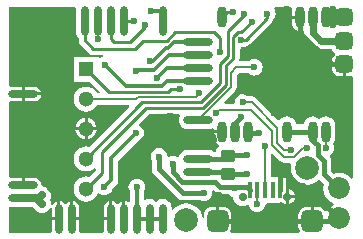
<source format=gtl>
%FSLAX44Y44*%
%MOMM*%
G71*
G01*
G75*
G04 Layer_Physical_Order=1*
G04 Layer_Color=191*
%ADD10O,2.5000X0.7000*%
%ADD11O,0.7000X2.5000*%
%ADD12R,0.4000X1.4000*%
G04:AMPARAMS|DCode=13|XSize=1.8mm|YSize=1.9mm|CornerRadius=0.45mm|HoleSize=0mm|Usage=FLASHONLY|Rotation=0.000|XOffset=0mm|YOffset=0mm|HoleType=Round|Shape=RoundedRectangle|*
%AMROUNDEDRECTD13*
21,1,1.8000,1.0000,0,0,0.0*
21,1,0.9000,1.9000,0,0,0.0*
1,1,0.9000,0.4500,-0.5000*
1,1,0.9000,-0.4500,-0.5000*
1,1,0.9000,-0.4500,0.5000*
1,1,0.9000,0.4500,0.5000*
%
%ADD13ROUNDEDRECTD13*%
G04:AMPARAMS|DCode=14|XSize=1.5mm|YSize=1.5mm|CornerRadius=0.375mm|HoleSize=0mm|Usage=FLASHONLY|Rotation=180.000|XOffset=0mm|YOffset=0mm|HoleType=Round|Shape=RoundedRectangle|*
%AMROUNDEDRECTD14*
21,1,1.5000,0.7500,0,0,180.0*
21,1,0.7500,1.5000,0,0,180.0*
1,1,0.7500,-0.3750,0.3750*
1,1,0.7500,0.3750,0.3750*
1,1,0.7500,0.3750,-0.3750*
1,1,0.7500,-0.3750,-0.3750*
%
%ADD14ROUNDEDRECTD14*%
%ADD15O,0.8000X1.8000*%
G04:AMPARAMS|DCode=16|XSize=1mm|YSize=1.2mm|CornerRadius=0.165mm|HoleSize=0mm|Usage=FLASHONLY|Rotation=90.000|XOffset=0mm|YOffset=0mm|HoleType=Round|Shape=RoundedRectangle|*
%AMROUNDEDRECTD16*
21,1,1.0000,0.8700,0,0,90.0*
21,1,0.6700,1.2000,0,0,90.0*
1,1,0.3300,0.4350,0.3350*
1,1,0.3300,0.4350,-0.3350*
1,1,0.3300,-0.4350,-0.3350*
1,1,0.3300,-0.4350,0.3350*
%
%ADD16ROUNDEDRECTD16*%
%ADD17C,0.2000*%
%ADD18C,0.2500*%
%ADD19C,0.4000*%
%ADD20C,0.3500*%
%ADD21C,0.6000*%
%ADD22C,1.5000*%
%ADD23C,1.1000*%
%ADD24C,0.7000*%
%ADD25C,0.7000*%
%ADD26C,2.0000*%
%ADD27R,1.3000X1.3000*%
%ADD28C,1.3000*%
%ADD29C,1.8500*%
%ADD30C,0.6000*%
G36*
X61402Y194142D02*
X61185Y192500D01*
Y174500D01*
X61443Y172542D01*
X62199Y170718D01*
X63397Y169156D01*
Y167500D01*
X63805Y165452D01*
X64965Y163715D01*
X72215Y156465D01*
X73952Y155305D01*
X76000Y154897D01*
X84275D01*
X84358Y153627D01*
X83923Y153570D01*
X82220Y152865D01*
X81520Y152327D01*
X80250Y152954D01*
Y153500D01*
X59250D01*
Y132500D01*
X72680D01*
X81409Y123771D01*
X80923Y122598D01*
X79003D01*
X78922Y122795D01*
X77239Y124989D01*
X75045Y126672D01*
X72491Y127730D01*
X69750Y128091D01*
X67009Y127730D01*
X64455Y126672D01*
X62261Y124989D01*
X60578Y122795D01*
X59520Y120241D01*
X59159Y117500D01*
X59520Y114759D01*
X60578Y112205D01*
X62261Y110011D01*
X64455Y108328D01*
X67009Y107270D01*
X69750Y106909D01*
X72491Y107270D01*
X75045Y108328D01*
X77239Y110011D01*
X78922Y112205D01*
X79003Y112402D01*
X105923D01*
X106409Y111229D01*
X72419Y77239D01*
X69750Y77591D01*
X67009Y77230D01*
X64455Y76172D01*
X62261Y74489D01*
X60578Y72295D01*
X59520Y69741D01*
X59159Y67000D01*
X59520Y64259D01*
X60578Y61705D01*
X62261Y59511D01*
X64455Y57828D01*
X67009Y56770D01*
X69750Y56409D01*
X72491Y56770D01*
X75045Y57828D01*
X76627Y59042D01*
X77897Y58416D01*
Y57217D01*
X72419Y51739D01*
X69750Y52091D01*
X67009Y51730D01*
X64455Y50672D01*
X62261Y48989D01*
X60578Y46795D01*
X59520Y44241D01*
X59159Y41500D01*
X59520Y38759D01*
X60578Y36205D01*
X62261Y34011D01*
X64455Y32328D01*
X67009Y31270D01*
X69750Y30909D01*
X72491Y31270D01*
X75045Y32328D01*
X77239Y34011D01*
X78922Y36205D01*
X79409Y37381D01*
X80932Y37740D01*
X81720Y37136D01*
X83423Y36430D01*
X85250Y36190D01*
X87077Y36430D01*
X88780Y37136D01*
X90242Y38258D01*
X91364Y39720D01*
X92070Y41423D01*
X92124Y41833D01*
X95146Y44854D01*
X96416Y46757D01*
X96863Y49000D01*
Y65322D01*
X113167Y81626D01*
X113577Y81680D01*
X115280Y82386D01*
X116742Y83508D01*
X117865Y84970D01*
X118570Y86673D01*
X118810Y88500D01*
X118570Y90327D01*
X117865Y92030D01*
X116742Y93492D01*
X115280Y94614D01*
X114715Y94849D01*
X114417Y96347D01*
X122967Y104897D01*
X148649D01*
X148672Y104851D01*
X149135Y103627D01*
X148443Y101958D01*
X148185Y100000D01*
X148443Y98042D01*
X149199Y96218D01*
X150401Y94651D01*
X151968Y93449D01*
X153792Y92693D01*
X155750Y92435D01*
X173750D01*
X175708Y92693D01*
X176884Y93180D01*
X178154Y92411D01*
Y91270D01*
X184750D01*
Y88730D01*
X178154D01*
Y85000D01*
X178378Y83293D01*
X179037Y81702D01*
X180086Y80336D01*
X181452Y79287D01*
X182147Y78999D01*
X182288Y77566D01*
X181327Y76923D01*
X180078Y75054D01*
X179692Y73117D01*
X178098D01*
X177532Y73551D01*
X175708Y74307D01*
X173750Y74565D01*
X155750D01*
X153792Y74307D01*
X151968Y73551D01*
X150401Y72349D01*
X149199Y70782D01*
X148443Y68958D01*
X148418Y68767D01*
X147063Y68206D01*
X146530Y68615D01*
X144827Y69320D01*
X143000Y69560D01*
X141173Y69320D01*
X139809Y68755D01*
X139486Y68818D01*
X138881Y69133D01*
X138498Y69470D01*
X138320Y70827D01*
X137614Y72530D01*
X136492Y73992D01*
X135030Y75114D01*
X133327Y75820D01*
X131500Y76060D01*
X129673Y75820D01*
X127970Y75114D01*
X126508Y73992D01*
X125386Y72530D01*
X124680Y70827D01*
X124440Y69000D01*
X124680Y67173D01*
X125382Y65477D01*
Y58515D01*
X125848Y56174D01*
X127174Y54189D01*
X147439Y33924D01*
X149424Y32598D01*
X151765Y32132D01*
X166227D01*
X167923Y31430D01*
X169750Y31190D01*
X171577Y31430D01*
X173280Y32136D01*
X174742Y33258D01*
X175865Y34720D01*
X176570Y36423D01*
X176810Y38250D01*
X176622Y39680D01*
X177793Y40306D01*
X179174Y38924D01*
X181159Y37598D01*
X183500Y37132D01*
X190373D01*
X190508Y36958D01*
X191970Y35835D01*
X193673Y35130D01*
X194189Y35062D01*
X194181Y35000D01*
X194456Y32912D01*
X195262Y30965D01*
X196544Y29294D01*
X198216Y28012D01*
X200162Y27206D01*
X202250Y26931D01*
X204338Y27206D01*
X206285Y28012D01*
X206486Y28166D01*
X207840Y27605D01*
X207930Y26923D01*
X208636Y25220D01*
X209757Y23758D01*
X211220Y22636D01*
X212923Y21930D01*
X214750Y21690D01*
X216577Y21930D01*
X218280Y22636D01*
X219742Y23758D01*
X220865Y25220D01*
X221570Y26923D01*
X221810Y28750D01*
X221772Y29045D01*
X222609Y30000D01*
X233750D01*
Y30642D01*
X235020Y31073D01*
X235586Y30336D01*
X236952Y29287D01*
X238543Y28628D01*
X238980Y28571D01*
Y35000D01*
Y42201D01*
X238790Y42367D01*
Y50540D01*
X233750D01*
Y52000D01*
X226348D01*
Y71126D01*
X227521Y71612D01*
X233988Y65145D01*
X235642Y64040D01*
X235966Y63976D01*
X237593Y63652D01*
X242687D01*
X243542Y62382D01*
X243129Y59250D01*
X243610Y55595D01*
X245021Y52190D01*
X247265Y49265D01*
X250190Y47021D01*
X253595Y45610D01*
X257250Y45129D01*
X260905Y45610D01*
X264310Y47021D01*
X267235Y49265D01*
X267750Y49299D01*
X271075Y45974D01*
X270841Y45409D01*
X270386Y41950D01*
X270841Y38491D01*
X272176Y35268D01*
X274300Y32500D01*
X277068Y30376D01*
X280035Y29147D01*
X280181Y28335D01*
X280097Y27798D01*
X277804Y26848D01*
X275341Y24959D01*
X273485Y22540D01*
X273260Y22505D01*
X272103Y22559D01*
X271899Y23050D01*
X270771Y24521D01*
X269300Y25649D01*
X267588Y26359D01*
X265750Y26601D01*
X262520D01*
Y14500D01*
X261250D01*
Y13230D01*
X249649D01*
Y9500D01*
X249891Y7662D01*
X250601Y5950D01*
X250771Y5727D01*
X250210Y4588D01*
X192290D01*
X191729Y5727D01*
X191899Y5950D01*
X192609Y7662D01*
X192851Y9500D01*
Y13230D01*
X181250D01*
Y14500D01*
X179980D01*
Y26601D01*
X176750D01*
X174912Y26359D01*
X173200Y25649D01*
X171729Y24521D01*
X170601Y23050D01*
X169891Y21338D01*
X169649Y19500D01*
Y17168D01*
X168379Y17085D01*
X168140Y18905D01*
X166729Y22310D01*
X164485Y25235D01*
X161560Y27479D01*
X158155Y28890D01*
X154500Y29371D01*
X150845Y28890D01*
X147440Y27479D01*
X144515Y25235D01*
X143517Y23935D01*
X142315Y24343D01*
Y25500D01*
X142057Y27458D01*
X141301Y29282D01*
X140099Y30849D01*
X138532Y32051D01*
X136708Y32807D01*
X134750Y33065D01*
X132792Y32807D01*
X130968Y32051D01*
X129401Y30849D01*
X128281Y31476D01*
X127532Y32051D01*
X125708Y32807D01*
X123750Y33065D01*
X121792Y32807D01*
X119968Y32051D01*
X119752Y31885D01*
X118613Y32447D01*
Y39392D01*
X118864Y39720D01*
X119570Y41423D01*
X119810Y43250D01*
X119570Y45077D01*
X118864Y46780D01*
X117742Y48242D01*
X116280Y49365D01*
X114577Y50070D01*
X112750Y50310D01*
X110923Y50070D01*
X109220Y49365D01*
X107758Y48242D01*
X106636Y46780D01*
X105930Y45077D01*
X105690Y43250D01*
X105930Y41423D01*
X106636Y39720D01*
X106887Y39392D01*
Y30795D01*
X105617Y30180D01*
X104107Y31189D01*
X103020Y31406D01*
Y16500D01*
X100480D01*
Y31406D01*
X99393Y31189D01*
X97395Y29855D01*
X96885Y29091D01*
X95615D01*
X95105Y29855D01*
X93107Y31189D01*
X92020Y31406D01*
Y16500D01*
X90750D01*
Y15230D01*
X84592D01*
Y7500D01*
X84918Y5858D01*
X84020Y4588D01*
X64480D01*
X63582Y5858D01*
X63908Y7500D01*
Y15230D01*
X57750D01*
Y16500D01*
X56480D01*
Y31406D01*
X55393Y31189D01*
X53395Y29855D01*
X52885Y29091D01*
X51615D01*
X51105Y29855D01*
X49107Y31189D01*
X48020Y31406D01*
Y16500D01*
X46750D01*
Y15230D01*
X40592D01*
Y7500D01*
X40918Y5858D01*
X40020Y4588D01*
X4588D01*
Y26049D01*
X5527Y26676D01*
X5858Y26684D01*
X7750Y26435D01*
X24117D01*
X27151Y23401D01*
X28718Y22199D01*
X30542Y21443D01*
X32500Y21185D01*
X34458Y21443D01*
X36282Y22199D01*
X37849Y23401D01*
X39051Y24968D01*
X39355Y25702D01*
X40592Y25500D01*
Y17770D01*
X45480D01*
Y31406D01*
X44393Y31189D01*
X42395Y29855D01*
X41269Y28169D01*
X40049Y28628D01*
X40065Y28750D01*
X39807Y30708D01*
X39065Y32500D01*
X39807Y34292D01*
X40065Y36250D01*
X39807Y38208D01*
X39051Y40032D01*
X37849Y41599D01*
X36282Y42801D01*
X34458Y43557D01*
X32956Y43755D01*
X31881Y44864D01*
X31908Y45000D01*
X31440Y47357D01*
X30105Y49355D01*
X28107Y50690D01*
X25750Y51158D01*
X18020D01*
Y45000D01*
X15480D01*
Y51158D01*
X7750D01*
X5858Y50782D01*
X4588Y51563D01*
Y115437D01*
X5858Y116218D01*
X7750Y115842D01*
X15480D01*
Y122000D01*
Y128158D01*
X7750D01*
X5858Y127782D01*
X4588Y128563D01*
Y195412D01*
X60639D01*
X61402Y194142D01*
D02*
G37*
G36*
X244558D02*
X244378Y193707D01*
X244154Y192000D01*
Y188270D01*
X250750D01*
Y187000D01*
X252020D01*
Y175571D01*
X252457Y175628D01*
X253420Y176027D01*
X254690Y175269D01*
Y174000D01*
X254930Y172173D01*
X255636Y170470D01*
X256758Y169007D01*
X263757Y162008D01*
X265220Y160886D01*
X266923Y160180D01*
X268750Y159940D01*
X277733D01*
X277980Y159342D01*
X279223Y157723D01*
X280319Y156882D01*
X280374Y155391D01*
X280215Y155285D01*
X278825Y153204D01*
X278337Y150750D01*
Y148270D01*
X288500D01*
Y147000D01*
X289770D01*
Y136837D01*
X292250D01*
X294142Y137213D01*
X295412Y136387D01*
Y50604D01*
X294142Y50173D01*
X293200Y51400D01*
X290432Y53524D01*
X287209Y54859D01*
X283750Y55314D01*
X280291Y54859D01*
X279726Y54625D01*
X277367Y56984D01*
Y65049D01*
X276902Y67390D01*
X276050Y68665D01*
X276272Y70081D01*
X276467Y70279D01*
X277742Y71258D01*
X278864Y72720D01*
X279570Y74423D01*
X279810Y76250D01*
X279570Y78077D01*
X278864Y79780D01*
X278846Y79804D01*
X279738Y80965D01*
X280544Y82912D01*
X280819Y85000D01*
Y95000D01*
X280544Y97088D01*
X279738Y99035D01*
X278456Y100706D01*
X276784Y101988D01*
X274838Y102794D01*
X272750Y103069D01*
X270662Y102794D01*
X268715Y101988D01*
X267250Y100864D01*
X265784Y101988D01*
X263838Y102794D01*
X261750Y103069D01*
X259662Y102794D01*
X257715Y101988D01*
X256044Y100706D01*
X254762Y99035D01*
X253956Y97088D01*
X253828Y96117D01*
X247672D01*
X247544Y97088D01*
X246738Y99035D01*
X245456Y100706D01*
X243785Y101988D01*
X241838Y102794D01*
X239750Y103069D01*
X237662Y102794D01*
X235716Y101988D01*
X234044Y100706D01*
X233528Y100032D01*
X232260Y99949D01*
X213855Y118355D01*
X212201Y119460D01*
X210250Y119848D01*
X207855D01*
X206530Y120864D01*
X204827Y121570D01*
X203000Y121810D01*
X201173Y121570D01*
X199470Y120864D01*
X198008Y119742D01*
X196886Y118280D01*
X196180Y116577D01*
X195940Y114750D01*
X195149Y113848D01*
X187180D01*
X186694Y115021D01*
X195855Y124182D01*
X196960Y125836D01*
X197348Y127787D01*
Y137888D01*
X198862Y139402D01*
X207395D01*
X208720Y138385D01*
X210423Y137680D01*
X212250Y137440D01*
X214077Y137680D01*
X215780Y138385D01*
X217242Y139508D01*
X218365Y140970D01*
X219070Y142673D01*
X219310Y144500D01*
X219070Y146327D01*
X218365Y148030D01*
X217242Y149492D01*
X215780Y150615D01*
X214077Y151320D01*
X212250Y151560D01*
X210423Y151320D01*
X208720Y150615D01*
X207395Y149598D01*
X200529D01*
X199601Y150868D01*
X199853Y152136D01*
Y160161D01*
X200808Y160998D01*
X201250Y160940D01*
X203077Y161180D01*
X204780Y161886D01*
X206043Y162855D01*
X207048Y163055D01*
X208785Y164215D01*
X227035Y182465D01*
X228195Y184202D01*
X228395Y185207D01*
X229364Y186470D01*
X230070Y188173D01*
X230310Y190000D01*
X230070Y191827D01*
X229364Y193530D01*
X228895Y194142D01*
X229521Y195412D01*
X243710D01*
X244558Y194142D01*
D02*
G37*
%LPC*%
G36*
X246679Y33730D02*
X241520D01*
Y28571D01*
X241957Y28628D01*
X243548Y29287D01*
X244914Y30336D01*
X245963Y31702D01*
X246622Y33293D01*
X246679Y33730D01*
D02*
G37*
G36*
X241520Y41429D02*
Y36270D01*
X246679D01*
X246622Y36707D01*
X245963Y38298D01*
X244914Y39664D01*
X243548Y40713D01*
X241957Y41372D01*
X241520Y41429D01*
D02*
G37*
G36*
X68480Y91230D02*
X60799D01*
X60943Y90140D01*
X61854Y87941D01*
X63303Y86053D01*
X65191Y84604D01*
X67390Y83693D01*
X68480Y83549D01*
Y91230D01*
D02*
G37*
G36*
X89480Y31406D02*
X88393Y31189D01*
X86395Y29855D01*
X85061Y27857D01*
X84592Y25500D01*
Y17770D01*
X89480D01*
Y31406D01*
D02*
G37*
G36*
X185750Y26601D02*
X182520D01*
Y15770D01*
X192851D01*
Y19500D01*
X192609Y21338D01*
X191899Y23050D01*
X190771Y24521D01*
X189300Y25649D01*
X187588Y26359D01*
X185750Y26601D01*
D02*
G37*
G36*
X259980D02*
X256750D01*
X254912Y26359D01*
X253200Y25649D01*
X251729Y24521D01*
X250601Y23050D01*
X249891Y21338D01*
X249649Y19500D01*
Y15770D01*
X259980D01*
Y26601D01*
D02*
G37*
G36*
X59020Y31406D02*
Y17770D01*
X63908D01*
Y25500D01*
X63440Y27857D01*
X62105Y29855D01*
X60107Y31189D01*
X59020Y31406D01*
D02*
G37*
G36*
X25750Y128158D02*
X18020D01*
Y123270D01*
X31656D01*
X31440Y124357D01*
X30105Y126355D01*
X28107Y127690D01*
X25750Y128158D01*
D02*
G37*
G36*
X287230Y145730D02*
X278337D01*
Y143250D01*
X278825Y140796D01*
X280215Y138715D01*
X282296Y137325D01*
X284750Y136837D01*
X287230D01*
Y145730D01*
D02*
G37*
G36*
X249480Y185730D02*
X244154D01*
Y182000D01*
X244378Y180293D01*
X245037Y178702D01*
X246086Y177336D01*
X247452Y176287D01*
X249043Y175628D01*
X249480Y175571D01*
Y185730D01*
D02*
G37*
G36*
X31656Y120730D02*
X18020D01*
Y115842D01*
X25750D01*
X28107Y116310D01*
X30105Y117645D01*
X31440Y119643D01*
X31656Y120730D01*
D02*
G37*
G36*
X78701Y91230D02*
X71020D01*
Y83549D01*
X72110Y83693D01*
X74309Y84604D01*
X76197Y86053D01*
X77646Y87941D01*
X78557Y90140D01*
X78701Y91230D01*
D02*
G37*
G36*
X68480Y101451D02*
X67390Y101307D01*
X65191Y100396D01*
X63303Y98947D01*
X61854Y97059D01*
X60943Y94860D01*
X60799Y93770D01*
X68480D01*
Y101451D01*
D02*
G37*
G36*
X71020D02*
Y93770D01*
X78701D01*
X78557Y94860D01*
X77646Y97059D01*
X76197Y98947D01*
X74309Y100396D01*
X72110Y101307D01*
X71020Y101451D01*
D02*
G37*
%LPD*%
D10*
X164750Y166000D02*
D03*
Y155000D02*
D03*
Y144000D02*
D03*
Y133000D02*
D03*
Y100000D02*
D03*
Y67000D02*
D03*
Y56000D02*
D03*
X16750Y34000D02*
D03*
Y45000D02*
D03*
Y122000D02*
D03*
D11*
X134750Y183500D02*
D03*
X101750D02*
D03*
X90750Y183500D02*
D03*
X68750Y183500D02*
D03*
X46750Y16500D02*
D03*
X57750D02*
D03*
X90750D02*
D03*
X101750D02*
D03*
X112750D02*
D03*
X123750D02*
D03*
X134750D02*
D03*
X79750Y183500D02*
D03*
D12*
X221250Y41000D02*
D03*
X214750D02*
D03*
X227750D02*
D03*
X208250D02*
D03*
X234250D02*
D03*
D13*
X181250Y14500D02*
D03*
X261250D02*
D03*
D14*
X288500Y167000D02*
D03*
Y187000D02*
D03*
Y147000D02*
D03*
D15*
X184750Y90000D02*
D03*
X195750D02*
D03*
X206750D02*
D03*
X239750D02*
D03*
X261750D02*
D03*
X272750D02*
D03*
Y187000D02*
D03*
X261750D02*
D03*
X250750D02*
D03*
X184750D02*
D03*
D16*
X189750Y54500D02*
D03*
Y69500D02*
D03*
D17*
X79750Y168750D02*
Y183500D01*
X180000Y106250D02*
X182500Y108750D01*
X209426D01*
X210250Y114750D02*
X231500Y93500D01*
X203000Y114750D02*
X210250D01*
X209426Y108750D02*
X227250Y90926D01*
Y79093D02*
Y90926D01*
Y79093D02*
X237593Y68750D01*
X231500Y80500D02*
Y93500D01*
Y80500D02*
X237250Y74750D01*
X237593Y68750D02*
X245735D01*
X253115Y76130D01*
X257000D01*
X237250Y74750D02*
X243250D01*
X214750Y28750D02*
Y41000D01*
X221250Y35250D02*
Y78250D01*
X69750Y117500D02*
X111750D01*
X113500Y119250D01*
X162500D01*
X165750Y122500D01*
X272750Y76250D02*
Y90000D01*
X272750Y90000D01*
X196750Y144500D02*
X212250D01*
X192250Y140000D02*
X196750Y144500D01*
X192250Y127787D02*
Y140000D01*
X164750Y100287D02*
X192250Y127787D01*
X164750Y100000D02*
Y100287D01*
D18*
X119500Y178250D02*
Y180000D01*
X107000Y165750D02*
X119500Y178250D01*
X184750Y187000D02*
X188750Y191000D01*
X194500D01*
X101875Y183625D02*
X110625D01*
X90750Y168250D02*
Y183500D01*
Y168250D02*
X93250Y165750D01*
X107000D01*
X68750Y167500D02*
Y183500D01*
Y167500D02*
X76000Y160250D01*
X178500Y174250D02*
X183250Y169500D01*
Y157500D02*
Y169500D01*
X190000Y154000D02*
Y174997D01*
X183500Y147500D02*
X190000Y154000D01*
X69750Y41500D02*
X83250Y55000D01*
Y72750D01*
X188000Y145636D02*
X194500Y152136D01*
X190000Y174997D02*
X204253Y189250D01*
X76000Y160250D02*
X111250D01*
X118000Y167000D01*
X138179D01*
X145429Y174250D01*
X178500D01*
X69750Y67000D02*
X117500Y114750D01*
X83250Y72750D02*
X120750Y110250D01*
X168703D02*
X188000Y129547D01*
X117500Y114750D02*
X166839D01*
X183500Y131411D01*
Y147500D01*
X120750Y110250D02*
X168703D01*
X188000Y129547D02*
Y145636D01*
X141500Y125750D02*
X149000D01*
X139500Y123750D02*
X141500Y125750D01*
X89000Y123750D02*
X139500D01*
X69750Y143000D02*
X89000Y123750D01*
X203750Y189250D02*
X204253D01*
X201250Y174250D02*
X210250Y183250D01*
X198661Y174250D02*
X201250D01*
X194500Y170089D02*
X198661Y174250D01*
X194500Y152136D02*
Y170089D01*
X201250Y168000D02*
X205000D01*
X223250Y186250D01*
Y190000D01*
D19*
X232250Y58750D02*
X234250Y56750D01*
X232250Y58750D02*
Y61750D01*
X234250Y41000D02*
Y56750D01*
X181250Y14500D02*
X261250D01*
X271250Y54450D02*
X283750Y41950D01*
X271250Y54450D02*
Y65049D01*
X265750Y70549D02*
X271250Y65049D01*
X265750Y70549D02*
Y78500D01*
X261750Y82500D02*
X265750Y78500D01*
X261750Y82500D02*
Y90000D01*
X164750Y67000D02*
X187250D01*
X189750Y69500D01*
X164750Y56000D02*
X188250D01*
X189750Y54500D01*
X195750Y90000D02*
Y97000D01*
X201250Y102500D01*
X207750Y89000D02*
X216250D01*
X206750Y90000D02*
X207750Y89000D01*
X190250Y54000D02*
X205750D01*
X189750Y54500D02*
X190250Y54000D01*
Y70000D02*
X205750D01*
X189750Y69500D02*
X190250Y70000D01*
X239750Y90000D02*
X261750D01*
X206000Y43250D02*
X208250Y41000D01*
X183500Y43250D02*
X206000D01*
X179000Y47750D02*
X183500Y43250D01*
X150750Y47750D02*
X179000D01*
X143000Y55500D02*
X150750Y47750D01*
X151765Y38250D02*
X169750D01*
X131500Y58515D02*
X151765Y38250D01*
X143000Y55500D02*
Y62500D01*
X131500Y58515D02*
Y69000D01*
X285500Y190250D02*
X288500Y187250D01*
X282000Y183250D02*
X282250Y183500D01*
X288500Y185750D02*
Y187000D01*
Y187250D01*
X277750Y147000D02*
X288500D01*
X250750Y174000D02*
X277750Y147000D01*
X250750Y174000D02*
Y187000D01*
X272750D02*
X276000Y190250D01*
X274000Y185750D02*
X276500Y183250D01*
X282000D01*
X272750Y187000D02*
X279250D01*
X288500D01*
X276000Y190250D02*
X285500D01*
X274000Y185750D02*
X288500D01*
X281700Y14500D02*
X283750Y16550D01*
X261250Y14500D02*
X281700D01*
X269964Y30336D02*
X283750Y16550D01*
X264500Y30336D02*
X269964D01*
D20*
X134750Y183500D02*
Y190250D01*
X132750Y192250D02*
X134750Y190250D01*
X125000Y192250D02*
X132750D01*
X144250Y166000D02*
X164750D01*
X111750Y88500D02*
Y88500D01*
X91000Y67750D02*
X111750Y88500D01*
X91000Y49000D02*
Y67750D01*
X84750Y42750D02*
X85250Y43250D01*
X91000Y49000D01*
X112750Y16500D02*
Y43250D01*
Y16500D02*
X112750Y16500D01*
X123750D01*
X134750D01*
X139750Y155000D02*
X164750D01*
X123750Y149500D02*
X126472D01*
X137472Y160500D01*
X138750D01*
X144250Y166000D01*
X127000Y142250D02*
X139750Y155000D01*
X112750Y142250D02*
X127000D01*
X111750Y141250D02*
X112750Y142250D01*
X129750Y135500D02*
X138250Y144000D01*
X164750D01*
X138339Y133000D02*
X164750D01*
X103750Y128750D02*
X134089D01*
X85750Y146750D02*
X103750Y128750D01*
X134089D02*
X138339Y133000D01*
D21*
X261750Y174000D02*
Y187000D01*
Y174000D02*
X268750Y167000D01*
X288500D01*
D22*
X18750Y175091D02*
Y183500D01*
Y175091D02*
X39000Y154841D01*
X26750Y80750D02*
X39000Y93000D01*
X26750Y76750D02*
Y80750D01*
X43250Y44750D02*
Y60250D01*
X26750Y76750D02*
X43250Y60250D01*
X44500Y59000D01*
X236348Y165603D02*
X236833D01*
X232939Y116105D02*
X269000D01*
X232939Y137943D02*
X236348Y141351D01*
Y152348D01*
X207395Y128000D02*
X232939D01*
X274436D01*
X232939Y116105D02*
Y128000D01*
Y137943D01*
X236833Y165603D02*
X274436Y128000D01*
X287500Y114936D01*
X141169Y83250D02*
X172750D01*
X104750Y55750D02*
Y61767D01*
X141233Y98250D01*
X128669Y95750D02*
X133701Y90718D01*
X141169Y83250D01*
X39000Y93000D02*
Y154841D01*
X43250Y60250D02*
Y180750D01*
D23*
X208500Y11250D02*
X218791D01*
D24*
X30250Y34000D02*
X32500Y36250D01*
X27250Y34000D02*
X32500Y28750D01*
X16750Y34000D02*
X27250D01*
X30250D01*
D25*
X202250Y35000D02*
D03*
X240250D02*
D03*
D26*
X154500Y15250D02*
D03*
X257250Y59250D02*
D03*
D27*
X69750Y143000D02*
D03*
D28*
Y117500D02*
D03*
Y92500D02*
D03*
Y67000D02*
D03*
Y41500D02*
D03*
D29*
X283750Y41950D02*
D03*
Y16550D02*
D03*
D30*
X79750Y168750D02*
D03*
X119500Y180000D02*
D03*
X180000Y106250D02*
D03*
X203000Y114750D02*
D03*
X257000Y76130D02*
D03*
X243250Y74750D02*
D03*
X195500Y41950D02*
D03*
X214750Y28750D02*
D03*
X221250Y78250D02*
D03*
X216250Y89000D02*
D03*
X201250Y102500D02*
D03*
X205750Y70000D02*
D03*
Y54000D02*
D03*
X194500Y191000D02*
D03*
X110625Y183625D02*
D03*
X125000Y192250D02*
D03*
X183250Y157500D02*
D03*
X203250Y159500D02*
D03*
X123750Y149500D02*
D03*
X85750Y146750D02*
D03*
X111750Y88500D02*
D03*
X85250Y43250D02*
D03*
X112750D02*
D03*
X169750Y38250D02*
D03*
X143000Y62500D02*
D03*
X131500Y69000D02*
D03*
X165750Y122500D02*
D03*
X149000Y125750D02*
D03*
X129750Y135500D02*
D03*
X111750Y141250D02*
D03*
X275750Y167000D02*
D03*
X268750D02*
D03*
X279250Y187000D02*
D03*
Y193500D02*
D03*
Y180500D02*
D03*
X203750Y189250D02*
D03*
X210250Y183250D02*
D03*
X201250Y168000D02*
D03*
X223250Y190000D02*
D03*
X240250Y180500D02*
D03*
Y193500D02*
D03*
Y187000D02*
D03*
X272750Y76250D02*
D03*
X212250Y144500D02*
D03*
X252250Y133250D02*
D03*
X244250Y133500D02*
D03*
X233750Y133250D02*
D03*
X227500Y126000D02*
D03*
X228750Y117250D02*
D03*
X229250Y106000D02*
D03*
X241750Y105750D02*
D03*
X253000D02*
D03*
X255000Y118250D02*
D03*
X242250Y119000D02*
D03*
X285500Y95683D02*
D03*
X290000Y89000D02*
D03*
X285500Y78250D02*
D03*
X289250Y69430D02*
D03*
X266699Y42250D02*
D03*
X258500Y38298D02*
D03*
X249891Y28500D02*
D03*
X257000Y30000D02*
D03*
X253250Y44000D02*
D03*
X182250Y36250D02*
D03*
X170750Y27258D02*
D03*
X188500Y33500D02*
D03*
X164250Y29287D02*
D03*
X144500Y31885D02*
D03*
X130250Y40125D02*
D03*
X122000Y50540D02*
D03*
X108250Y53250D02*
D03*
X100000Y35000D02*
D03*
X83250Y31406D02*
D03*
X74500Y26359D02*
D03*
X73000Y15000D02*
D03*
X53750Y37000D02*
D03*
X60500Y54500D02*
D03*
X43000Y52000D02*
D03*
X43500Y38000D02*
D03*
X52250Y87750D02*
D03*
X21750Y81174D02*
D03*
X40000Y110500D02*
D03*
X19500Y130250D02*
D03*
X174000Y87500D02*
D03*
X173380Y79000D02*
D03*
X153750Y82912D02*
D03*
X141000Y88000D02*
D03*
X138881Y99750D02*
D03*
X125000Y99035D02*
D03*
X126250Y82180D02*
D03*
X116000Y78250D02*
D03*
X100250Y110011D02*
D03*
X249750Y173000D02*
D03*
X232250Y61750D02*
D03*
X40750Y173750D02*
D03*
X67750Y157000D02*
D03*
X17522Y191250D02*
D03*
X49500D02*
D03*
X32500Y36250D02*
D03*
Y28750D02*
D03*
M02*

</source>
